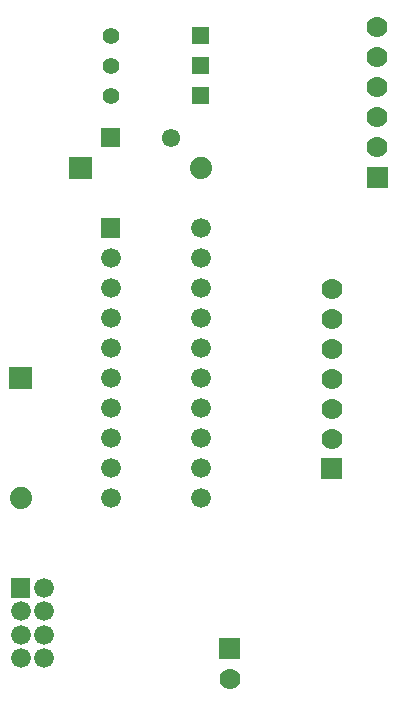
<source format=gbs>
G04 start of page 12 for group -4062 idx -4062 *
G04 Title: (unknown), soldermask *
G04 Creator: pcb 20110918 *
G04 CreationDate: Wed 30 Apr 2014 02:43:47 GMT UTC *
G04 For: ksarkies *
G04 Format: Gerber/RS-274X *
G04 PCB-Dimensions: 157480 255906 *
G04 PCB-Coordinate-Origin: lower left *
%MOIN*%
%FSLAX25Y25*%
%LNBOTTOMMASK*%
%ADD109C,0.0700*%
%ADD108C,0.0740*%
%ADD107C,0.0660*%
%ADD106C,0.0560*%
%ADD105C,0.0610*%
%ADD104C,0.0001*%
G54D104*G36*
X72003Y220029D02*Y214429D01*
X77603D01*
Y220029D01*
X72003D01*
G37*
G36*
Y230029D02*Y224429D01*
X77603D01*
Y230029D01*
X72003D01*
G37*
G36*
Y240029D02*Y234429D01*
X77603D01*
Y240029D01*
X72003D01*
G37*
G54D105*X64803Y203229D03*
G54D106*X44803Y217229D03*
Y227229D03*
Y237229D03*
G54D104*G36*
X41753Y206279D02*Y200179D01*
X47853D01*
Y206279D01*
X41753D01*
G37*
G36*
X31103Y196929D02*Y189529D01*
X38503D01*
Y196929D01*
X31103D01*
G37*
G36*
X41503Y176529D02*Y169929D01*
X48103D01*
Y176529D01*
X41503D01*
G37*
G54D107*X44803Y163229D03*
Y153229D03*
Y143229D03*
X74803Y163229D03*
Y173229D03*
G54D108*Y193229D03*
G54D107*X14803Y37481D03*
X22677D03*
X14803Y29607D03*
X22677D03*
G54D104*G36*
X11503Y56529D02*Y49929D01*
X18103D01*
Y56529D01*
X11503D01*
G37*
G54D107*X22677Y53229D03*
X14803Y45355D03*
X22677D03*
G54D108*X14803Y83229D03*
G54D104*G36*
X80953Y36379D02*Y29379D01*
X87953D01*
Y36379D01*
X80953D01*
G37*
G54D109*X84453Y22879D03*
G54D104*G36*
X11103Y126929D02*Y119529D01*
X18503D01*
Y126929D01*
X11103D01*
G37*
G54D107*X44803Y133229D03*
Y123229D03*
Y113229D03*
Y103229D03*
Y93229D03*
Y83229D03*
X74803Y143229D03*
Y153229D03*
G54D104*G36*
X130200Y193506D02*Y186506D01*
X137200D01*
Y193506D01*
X130200D01*
G37*
G54D109*X133700Y200006D03*
Y210006D03*
Y220006D03*
Y230006D03*
Y240006D03*
X118600Y142906D03*
Y152906D03*
G54D107*X74803Y83229D03*
Y93229D03*
Y103229D03*
Y113229D03*
Y123229D03*
Y133229D03*
G54D104*G36*
X115100Y96406D02*Y89406D01*
X122100D01*
Y96406D01*
X115100D01*
G37*
G54D109*X118600Y102906D03*
Y112906D03*
Y122906D03*
Y132906D03*
M02*

</source>
